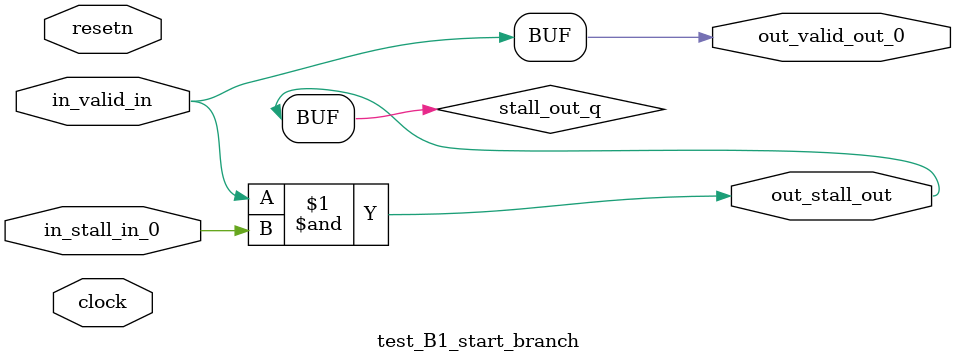
<source format=sv>



(* altera_attribute = "-name AUTO_SHIFT_REGISTER_RECOGNITION OFF; -name MESSAGE_DISABLE 10036; -name MESSAGE_DISABLE 10037; -name MESSAGE_DISABLE 14130; -name MESSAGE_DISABLE 14320; -name MESSAGE_DISABLE 15400; -name MESSAGE_DISABLE 14130; -name MESSAGE_DISABLE 10036; -name MESSAGE_DISABLE 12020; -name MESSAGE_DISABLE 12030; -name MESSAGE_DISABLE 12010; -name MESSAGE_DISABLE 12110; -name MESSAGE_DISABLE 14320; -name MESSAGE_DISABLE 13410; -name MESSAGE_DISABLE 113007; -name MESSAGE_DISABLE 10958" *)
module test_B1_start_branch (
    input wire [0:0] in_stall_in_0,
    input wire [0:0] in_valid_in,
    output wire [0:0] out_stall_out,
    output wire [0:0] out_valid_out_0,
    input wire clock,
    input wire resetn
    );

    wire [0:0] stall_out_q;


    // stall_out(LOGICAL,6)
    assign stall_out_q = in_valid_in & in_stall_in_0;

    // out_stall_out(GPOUT,4)
    assign out_stall_out = stall_out_q;

    // out_valid_out_0(GPOUT,5)
    assign out_valid_out_0 = in_valid_in;

endmodule

</source>
